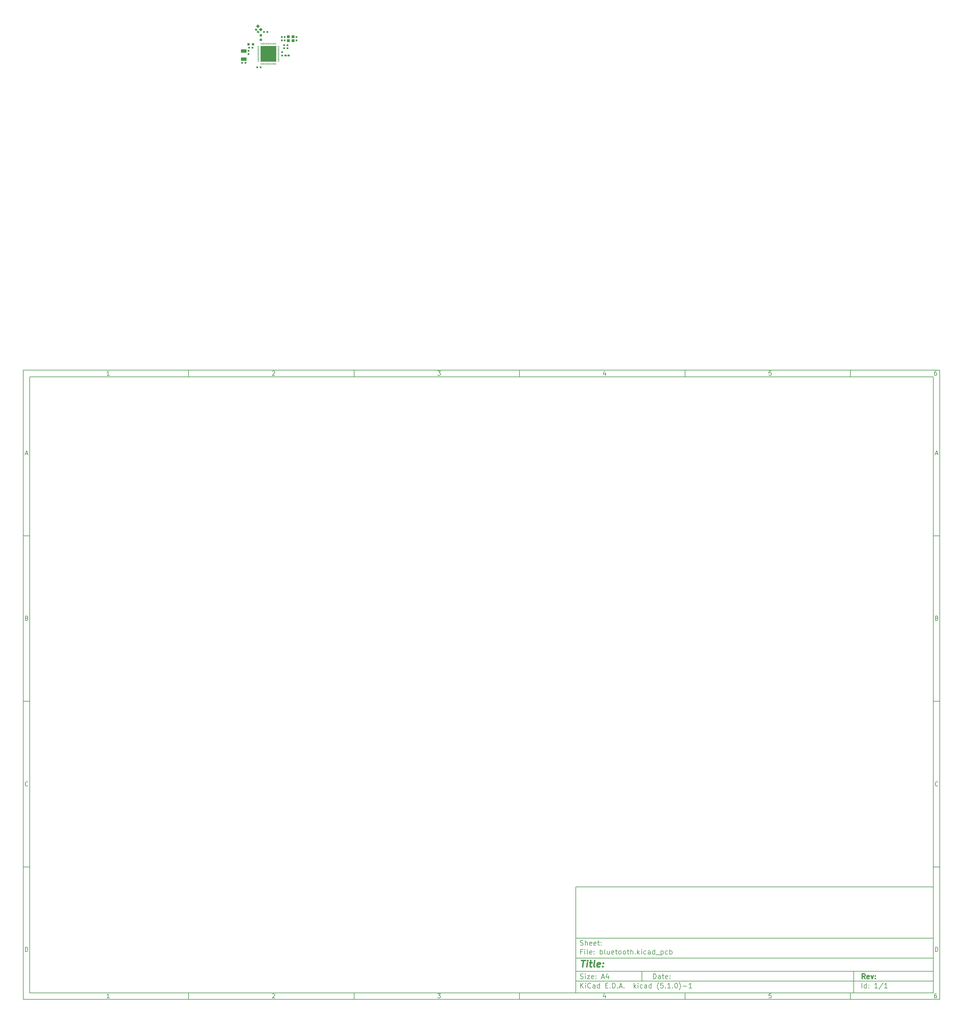
<source format=gbr>
G04 #@! TF.GenerationSoftware,KiCad,Pcbnew,(5.1.0)-1*
G04 #@! TF.CreationDate,2019-07-07T14:12:54+03:00*
G04 #@! TF.ProjectId,bluetooth,626c7565-746f-46f7-9468-2e6b69636164,rev?*
G04 #@! TF.SameCoordinates,Original*
G04 #@! TF.FileFunction,Paste,Top*
G04 #@! TF.FilePolarity,Positive*
%FSLAX46Y46*%
G04 Gerber Fmt 4.6, Leading zero omitted, Abs format (unit mm)*
G04 Created by KiCad (PCBNEW (5.1.0)-1) date 2019-07-07 14:12:54*
%MOMM*%
%LPD*%
G04 APERTURE LIST*
%ADD10C,0.100000*%
%ADD11C,0.150000*%
%ADD12C,0.300000*%
%ADD13C,0.400000*%
%ADD14O,0.650000X0.200000*%
%ADD15O,0.200000X0.650000*%
%ADD16R,4.700000X4.700000*%
%ADD17R,0.600000X0.500000*%
%ADD18C,0.750000*%
%ADD19C,0.500000*%
%ADD20R,0.800000X0.750000*%
%ADD21R,0.500000X0.600000*%
%ADD22R,0.950000X0.850000*%
%ADD23R,0.750000X0.800000*%
%ADD24R,0.650000X0.500000*%
%ADD25R,1.800000X1.000000*%
G04 APERTURE END LIST*
D10*
D11*
X177002200Y-166007200D02*
X177002200Y-198007200D01*
X285002200Y-198007200D01*
X285002200Y-166007200D01*
X177002200Y-166007200D01*
D10*
D11*
X10000000Y-10000000D02*
X10000000Y-200007200D01*
X287002200Y-200007200D01*
X287002200Y-10000000D01*
X10000000Y-10000000D01*
D10*
D11*
X12000000Y-12000000D02*
X12000000Y-198007200D01*
X285002200Y-198007200D01*
X285002200Y-12000000D01*
X12000000Y-12000000D01*
D10*
D11*
X60000000Y-12000000D02*
X60000000Y-10000000D01*
D10*
D11*
X110000000Y-12000000D02*
X110000000Y-10000000D01*
D10*
D11*
X160000000Y-12000000D02*
X160000000Y-10000000D01*
D10*
D11*
X210000000Y-12000000D02*
X210000000Y-10000000D01*
D10*
D11*
X260000000Y-12000000D02*
X260000000Y-10000000D01*
D10*
D11*
X36065476Y-11588095D02*
X35322619Y-11588095D01*
X35694047Y-11588095D02*
X35694047Y-10288095D01*
X35570238Y-10473809D01*
X35446428Y-10597619D01*
X35322619Y-10659523D01*
D10*
D11*
X85322619Y-10411904D02*
X85384523Y-10350000D01*
X85508333Y-10288095D01*
X85817857Y-10288095D01*
X85941666Y-10350000D01*
X86003571Y-10411904D01*
X86065476Y-10535714D01*
X86065476Y-10659523D01*
X86003571Y-10845238D01*
X85260714Y-11588095D01*
X86065476Y-11588095D01*
D10*
D11*
X135260714Y-10288095D02*
X136065476Y-10288095D01*
X135632142Y-10783333D01*
X135817857Y-10783333D01*
X135941666Y-10845238D01*
X136003571Y-10907142D01*
X136065476Y-11030952D01*
X136065476Y-11340476D01*
X136003571Y-11464285D01*
X135941666Y-11526190D01*
X135817857Y-11588095D01*
X135446428Y-11588095D01*
X135322619Y-11526190D01*
X135260714Y-11464285D01*
D10*
D11*
X185941666Y-10721428D02*
X185941666Y-11588095D01*
X185632142Y-10226190D02*
X185322619Y-11154761D01*
X186127380Y-11154761D01*
D10*
D11*
X236003571Y-10288095D02*
X235384523Y-10288095D01*
X235322619Y-10907142D01*
X235384523Y-10845238D01*
X235508333Y-10783333D01*
X235817857Y-10783333D01*
X235941666Y-10845238D01*
X236003571Y-10907142D01*
X236065476Y-11030952D01*
X236065476Y-11340476D01*
X236003571Y-11464285D01*
X235941666Y-11526190D01*
X235817857Y-11588095D01*
X235508333Y-11588095D01*
X235384523Y-11526190D01*
X235322619Y-11464285D01*
D10*
D11*
X285941666Y-10288095D02*
X285694047Y-10288095D01*
X285570238Y-10350000D01*
X285508333Y-10411904D01*
X285384523Y-10597619D01*
X285322619Y-10845238D01*
X285322619Y-11340476D01*
X285384523Y-11464285D01*
X285446428Y-11526190D01*
X285570238Y-11588095D01*
X285817857Y-11588095D01*
X285941666Y-11526190D01*
X286003571Y-11464285D01*
X286065476Y-11340476D01*
X286065476Y-11030952D01*
X286003571Y-10907142D01*
X285941666Y-10845238D01*
X285817857Y-10783333D01*
X285570238Y-10783333D01*
X285446428Y-10845238D01*
X285384523Y-10907142D01*
X285322619Y-11030952D01*
D10*
D11*
X60000000Y-198007200D02*
X60000000Y-200007200D01*
D10*
D11*
X110000000Y-198007200D02*
X110000000Y-200007200D01*
D10*
D11*
X160000000Y-198007200D02*
X160000000Y-200007200D01*
D10*
D11*
X210000000Y-198007200D02*
X210000000Y-200007200D01*
D10*
D11*
X260000000Y-198007200D02*
X260000000Y-200007200D01*
D10*
D11*
X36065476Y-199595295D02*
X35322619Y-199595295D01*
X35694047Y-199595295D02*
X35694047Y-198295295D01*
X35570238Y-198481009D01*
X35446428Y-198604819D01*
X35322619Y-198666723D01*
D10*
D11*
X85322619Y-198419104D02*
X85384523Y-198357200D01*
X85508333Y-198295295D01*
X85817857Y-198295295D01*
X85941666Y-198357200D01*
X86003571Y-198419104D01*
X86065476Y-198542914D01*
X86065476Y-198666723D01*
X86003571Y-198852438D01*
X85260714Y-199595295D01*
X86065476Y-199595295D01*
D10*
D11*
X135260714Y-198295295D02*
X136065476Y-198295295D01*
X135632142Y-198790533D01*
X135817857Y-198790533D01*
X135941666Y-198852438D01*
X136003571Y-198914342D01*
X136065476Y-199038152D01*
X136065476Y-199347676D01*
X136003571Y-199471485D01*
X135941666Y-199533390D01*
X135817857Y-199595295D01*
X135446428Y-199595295D01*
X135322619Y-199533390D01*
X135260714Y-199471485D01*
D10*
D11*
X185941666Y-198728628D02*
X185941666Y-199595295D01*
X185632142Y-198233390D02*
X185322619Y-199161961D01*
X186127380Y-199161961D01*
D10*
D11*
X236003571Y-198295295D02*
X235384523Y-198295295D01*
X235322619Y-198914342D01*
X235384523Y-198852438D01*
X235508333Y-198790533D01*
X235817857Y-198790533D01*
X235941666Y-198852438D01*
X236003571Y-198914342D01*
X236065476Y-199038152D01*
X236065476Y-199347676D01*
X236003571Y-199471485D01*
X235941666Y-199533390D01*
X235817857Y-199595295D01*
X235508333Y-199595295D01*
X235384523Y-199533390D01*
X235322619Y-199471485D01*
D10*
D11*
X285941666Y-198295295D02*
X285694047Y-198295295D01*
X285570238Y-198357200D01*
X285508333Y-198419104D01*
X285384523Y-198604819D01*
X285322619Y-198852438D01*
X285322619Y-199347676D01*
X285384523Y-199471485D01*
X285446428Y-199533390D01*
X285570238Y-199595295D01*
X285817857Y-199595295D01*
X285941666Y-199533390D01*
X286003571Y-199471485D01*
X286065476Y-199347676D01*
X286065476Y-199038152D01*
X286003571Y-198914342D01*
X285941666Y-198852438D01*
X285817857Y-198790533D01*
X285570238Y-198790533D01*
X285446428Y-198852438D01*
X285384523Y-198914342D01*
X285322619Y-199038152D01*
D10*
D11*
X10000000Y-60000000D02*
X12000000Y-60000000D01*
D10*
D11*
X10000000Y-110000000D02*
X12000000Y-110000000D01*
D10*
D11*
X10000000Y-160000000D02*
X12000000Y-160000000D01*
D10*
D11*
X10690476Y-35216666D02*
X11309523Y-35216666D01*
X10566666Y-35588095D02*
X11000000Y-34288095D01*
X11433333Y-35588095D01*
D10*
D11*
X11092857Y-84907142D02*
X11278571Y-84969047D01*
X11340476Y-85030952D01*
X11402380Y-85154761D01*
X11402380Y-85340476D01*
X11340476Y-85464285D01*
X11278571Y-85526190D01*
X11154761Y-85588095D01*
X10659523Y-85588095D01*
X10659523Y-84288095D01*
X11092857Y-84288095D01*
X11216666Y-84350000D01*
X11278571Y-84411904D01*
X11340476Y-84535714D01*
X11340476Y-84659523D01*
X11278571Y-84783333D01*
X11216666Y-84845238D01*
X11092857Y-84907142D01*
X10659523Y-84907142D01*
D10*
D11*
X11402380Y-135464285D02*
X11340476Y-135526190D01*
X11154761Y-135588095D01*
X11030952Y-135588095D01*
X10845238Y-135526190D01*
X10721428Y-135402380D01*
X10659523Y-135278571D01*
X10597619Y-135030952D01*
X10597619Y-134845238D01*
X10659523Y-134597619D01*
X10721428Y-134473809D01*
X10845238Y-134350000D01*
X11030952Y-134288095D01*
X11154761Y-134288095D01*
X11340476Y-134350000D01*
X11402380Y-134411904D01*
D10*
D11*
X10659523Y-185588095D02*
X10659523Y-184288095D01*
X10969047Y-184288095D01*
X11154761Y-184350000D01*
X11278571Y-184473809D01*
X11340476Y-184597619D01*
X11402380Y-184845238D01*
X11402380Y-185030952D01*
X11340476Y-185278571D01*
X11278571Y-185402380D01*
X11154761Y-185526190D01*
X10969047Y-185588095D01*
X10659523Y-185588095D01*
D10*
D11*
X287002200Y-60000000D02*
X285002200Y-60000000D01*
D10*
D11*
X287002200Y-110000000D02*
X285002200Y-110000000D01*
D10*
D11*
X287002200Y-160000000D02*
X285002200Y-160000000D01*
D10*
D11*
X285692676Y-35216666D02*
X286311723Y-35216666D01*
X285568866Y-35588095D02*
X286002200Y-34288095D01*
X286435533Y-35588095D01*
D10*
D11*
X286095057Y-84907142D02*
X286280771Y-84969047D01*
X286342676Y-85030952D01*
X286404580Y-85154761D01*
X286404580Y-85340476D01*
X286342676Y-85464285D01*
X286280771Y-85526190D01*
X286156961Y-85588095D01*
X285661723Y-85588095D01*
X285661723Y-84288095D01*
X286095057Y-84288095D01*
X286218866Y-84350000D01*
X286280771Y-84411904D01*
X286342676Y-84535714D01*
X286342676Y-84659523D01*
X286280771Y-84783333D01*
X286218866Y-84845238D01*
X286095057Y-84907142D01*
X285661723Y-84907142D01*
D10*
D11*
X286404580Y-135464285D02*
X286342676Y-135526190D01*
X286156961Y-135588095D01*
X286033152Y-135588095D01*
X285847438Y-135526190D01*
X285723628Y-135402380D01*
X285661723Y-135278571D01*
X285599819Y-135030952D01*
X285599819Y-134845238D01*
X285661723Y-134597619D01*
X285723628Y-134473809D01*
X285847438Y-134350000D01*
X286033152Y-134288095D01*
X286156961Y-134288095D01*
X286342676Y-134350000D01*
X286404580Y-134411904D01*
D10*
D11*
X285661723Y-185588095D02*
X285661723Y-184288095D01*
X285971247Y-184288095D01*
X286156961Y-184350000D01*
X286280771Y-184473809D01*
X286342676Y-184597619D01*
X286404580Y-184845238D01*
X286404580Y-185030952D01*
X286342676Y-185278571D01*
X286280771Y-185402380D01*
X286156961Y-185526190D01*
X285971247Y-185588095D01*
X285661723Y-185588095D01*
D10*
D11*
X200434342Y-193785771D02*
X200434342Y-192285771D01*
X200791485Y-192285771D01*
X201005771Y-192357200D01*
X201148628Y-192500057D01*
X201220057Y-192642914D01*
X201291485Y-192928628D01*
X201291485Y-193142914D01*
X201220057Y-193428628D01*
X201148628Y-193571485D01*
X201005771Y-193714342D01*
X200791485Y-193785771D01*
X200434342Y-193785771D01*
X202577200Y-193785771D02*
X202577200Y-193000057D01*
X202505771Y-192857200D01*
X202362914Y-192785771D01*
X202077200Y-192785771D01*
X201934342Y-192857200D01*
X202577200Y-193714342D02*
X202434342Y-193785771D01*
X202077200Y-193785771D01*
X201934342Y-193714342D01*
X201862914Y-193571485D01*
X201862914Y-193428628D01*
X201934342Y-193285771D01*
X202077200Y-193214342D01*
X202434342Y-193214342D01*
X202577200Y-193142914D01*
X203077200Y-192785771D02*
X203648628Y-192785771D01*
X203291485Y-192285771D02*
X203291485Y-193571485D01*
X203362914Y-193714342D01*
X203505771Y-193785771D01*
X203648628Y-193785771D01*
X204720057Y-193714342D02*
X204577200Y-193785771D01*
X204291485Y-193785771D01*
X204148628Y-193714342D01*
X204077200Y-193571485D01*
X204077200Y-193000057D01*
X204148628Y-192857200D01*
X204291485Y-192785771D01*
X204577200Y-192785771D01*
X204720057Y-192857200D01*
X204791485Y-193000057D01*
X204791485Y-193142914D01*
X204077200Y-193285771D01*
X205434342Y-193642914D02*
X205505771Y-193714342D01*
X205434342Y-193785771D01*
X205362914Y-193714342D01*
X205434342Y-193642914D01*
X205434342Y-193785771D01*
X205434342Y-192857200D02*
X205505771Y-192928628D01*
X205434342Y-193000057D01*
X205362914Y-192928628D01*
X205434342Y-192857200D01*
X205434342Y-193000057D01*
D10*
D11*
X177002200Y-194507200D02*
X285002200Y-194507200D01*
D10*
D11*
X178434342Y-196585771D02*
X178434342Y-195085771D01*
X179291485Y-196585771D02*
X178648628Y-195728628D01*
X179291485Y-195085771D02*
X178434342Y-195942914D01*
X179934342Y-196585771D02*
X179934342Y-195585771D01*
X179934342Y-195085771D02*
X179862914Y-195157200D01*
X179934342Y-195228628D01*
X180005771Y-195157200D01*
X179934342Y-195085771D01*
X179934342Y-195228628D01*
X181505771Y-196442914D02*
X181434342Y-196514342D01*
X181220057Y-196585771D01*
X181077200Y-196585771D01*
X180862914Y-196514342D01*
X180720057Y-196371485D01*
X180648628Y-196228628D01*
X180577200Y-195942914D01*
X180577200Y-195728628D01*
X180648628Y-195442914D01*
X180720057Y-195300057D01*
X180862914Y-195157200D01*
X181077200Y-195085771D01*
X181220057Y-195085771D01*
X181434342Y-195157200D01*
X181505771Y-195228628D01*
X182791485Y-196585771D02*
X182791485Y-195800057D01*
X182720057Y-195657200D01*
X182577200Y-195585771D01*
X182291485Y-195585771D01*
X182148628Y-195657200D01*
X182791485Y-196514342D02*
X182648628Y-196585771D01*
X182291485Y-196585771D01*
X182148628Y-196514342D01*
X182077200Y-196371485D01*
X182077200Y-196228628D01*
X182148628Y-196085771D01*
X182291485Y-196014342D01*
X182648628Y-196014342D01*
X182791485Y-195942914D01*
X184148628Y-196585771D02*
X184148628Y-195085771D01*
X184148628Y-196514342D02*
X184005771Y-196585771D01*
X183720057Y-196585771D01*
X183577200Y-196514342D01*
X183505771Y-196442914D01*
X183434342Y-196300057D01*
X183434342Y-195871485D01*
X183505771Y-195728628D01*
X183577200Y-195657200D01*
X183720057Y-195585771D01*
X184005771Y-195585771D01*
X184148628Y-195657200D01*
X186005771Y-195800057D02*
X186505771Y-195800057D01*
X186720057Y-196585771D02*
X186005771Y-196585771D01*
X186005771Y-195085771D01*
X186720057Y-195085771D01*
X187362914Y-196442914D02*
X187434342Y-196514342D01*
X187362914Y-196585771D01*
X187291485Y-196514342D01*
X187362914Y-196442914D01*
X187362914Y-196585771D01*
X188077200Y-196585771D02*
X188077200Y-195085771D01*
X188434342Y-195085771D01*
X188648628Y-195157200D01*
X188791485Y-195300057D01*
X188862914Y-195442914D01*
X188934342Y-195728628D01*
X188934342Y-195942914D01*
X188862914Y-196228628D01*
X188791485Y-196371485D01*
X188648628Y-196514342D01*
X188434342Y-196585771D01*
X188077200Y-196585771D01*
X189577200Y-196442914D02*
X189648628Y-196514342D01*
X189577200Y-196585771D01*
X189505771Y-196514342D01*
X189577200Y-196442914D01*
X189577200Y-196585771D01*
X190220057Y-196157200D02*
X190934342Y-196157200D01*
X190077200Y-196585771D02*
X190577200Y-195085771D01*
X191077200Y-196585771D01*
X191577200Y-196442914D02*
X191648628Y-196514342D01*
X191577200Y-196585771D01*
X191505771Y-196514342D01*
X191577200Y-196442914D01*
X191577200Y-196585771D01*
X194577200Y-196585771D02*
X194577200Y-195085771D01*
X194720057Y-196014342D02*
X195148628Y-196585771D01*
X195148628Y-195585771D02*
X194577200Y-196157200D01*
X195791485Y-196585771D02*
X195791485Y-195585771D01*
X195791485Y-195085771D02*
X195720057Y-195157200D01*
X195791485Y-195228628D01*
X195862914Y-195157200D01*
X195791485Y-195085771D01*
X195791485Y-195228628D01*
X197148628Y-196514342D02*
X197005771Y-196585771D01*
X196720057Y-196585771D01*
X196577200Y-196514342D01*
X196505771Y-196442914D01*
X196434342Y-196300057D01*
X196434342Y-195871485D01*
X196505771Y-195728628D01*
X196577200Y-195657200D01*
X196720057Y-195585771D01*
X197005771Y-195585771D01*
X197148628Y-195657200D01*
X198434342Y-196585771D02*
X198434342Y-195800057D01*
X198362914Y-195657200D01*
X198220057Y-195585771D01*
X197934342Y-195585771D01*
X197791485Y-195657200D01*
X198434342Y-196514342D02*
X198291485Y-196585771D01*
X197934342Y-196585771D01*
X197791485Y-196514342D01*
X197720057Y-196371485D01*
X197720057Y-196228628D01*
X197791485Y-196085771D01*
X197934342Y-196014342D01*
X198291485Y-196014342D01*
X198434342Y-195942914D01*
X199791485Y-196585771D02*
X199791485Y-195085771D01*
X199791485Y-196514342D02*
X199648628Y-196585771D01*
X199362914Y-196585771D01*
X199220057Y-196514342D01*
X199148628Y-196442914D01*
X199077200Y-196300057D01*
X199077200Y-195871485D01*
X199148628Y-195728628D01*
X199220057Y-195657200D01*
X199362914Y-195585771D01*
X199648628Y-195585771D01*
X199791485Y-195657200D01*
X202077200Y-197157200D02*
X202005771Y-197085771D01*
X201862914Y-196871485D01*
X201791485Y-196728628D01*
X201720057Y-196514342D01*
X201648628Y-196157200D01*
X201648628Y-195871485D01*
X201720057Y-195514342D01*
X201791485Y-195300057D01*
X201862914Y-195157200D01*
X202005771Y-194942914D01*
X202077200Y-194871485D01*
X203362914Y-195085771D02*
X202648628Y-195085771D01*
X202577200Y-195800057D01*
X202648628Y-195728628D01*
X202791485Y-195657200D01*
X203148628Y-195657200D01*
X203291485Y-195728628D01*
X203362914Y-195800057D01*
X203434342Y-195942914D01*
X203434342Y-196300057D01*
X203362914Y-196442914D01*
X203291485Y-196514342D01*
X203148628Y-196585771D01*
X202791485Y-196585771D01*
X202648628Y-196514342D01*
X202577200Y-196442914D01*
X204077200Y-196442914D02*
X204148628Y-196514342D01*
X204077200Y-196585771D01*
X204005771Y-196514342D01*
X204077200Y-196442914D01*
X204077200Y-196585771D01*
X205577200Y-196585771D02*
X204720057Y-196585771D01*
X205148628Y-196585771D02*
X205148628Y-195085771D01*
X205005771Y-195300057D01*
X204862914Y-195442914D01*
X204720057Y-195514342D01*
X206220057Y-196442914D02*
X206291485Y-196514342D01*
X206220057Y-196585771D01*
X206148628Y-196514342D01*
X206220057Y-196442914D01*
X206220057Y-196585771D01*
X207220057Y-195085771D02*
X207362914Y-195085771D01*
X207505771Y-195157200D01*
X207577200Y-195228628D01*
X207648628Y-195371485D01*
X207720057Y-195657200D01*
X207720057Y-196014342D01*
X207648628Y-196300057D01*
X207577200Y-196442914D01*
X207505771Y-196514342D01*
X207362914Y-196585771D01*
X207220057Y-196585771D01*
X207077200Y-196514342D01*
X207005771Y-196442914D01*
X206934342Y-196300057D01*
X206862914Y-196014342D01*
X206862914Y-195657200D01*
X206934342Y-195371485D01*
X207005771Y-195228628D01*
X207077200Y-195157200D01*
X207220057Y-195085771D01*
X208220057Y-197157200D02*
X208291485Y-197085771D01*
X208434342Y-196871485D01*
X208505771Y-196728628D01*
X208577200Y-196514342D01*
X208648628Y-196157200D01*
X208648628Y-195871485D01*
X208577200Y-195514342D01*
X208505771Y-195300057D01*
X208434342Y-195157200D01*
X208291485Y-194942914D01*
X208220057Y-194871485D01*
X209362914Y-196014342D02*
X210505771Y-196014342D01*
X212005771Y-196585771D02*
X211148628Y-196585771D01*
X211577200Y-196585771D02*
X211577200Y-195085771D01*
X211434342Y-195300057D01*
X211291485Y-195442914D01*
X211148628Y-195514342D01*
D10*
D11*
X177002200Y-191507200D02*
X285002200Y-191507200D01*
D10*
D12*
X264411485Y-193785771D02*
X263911485Y-193071485D01*
X263554342Y-193785771D02*
X263554342Y-192285771D01*
X264125771Y-192285771D01*
X264268628Y-192357200D01*
X264340057Y-192428628D01*
X264411485Y-192571485D01*
X264411485Y-192785771D01*
X264340057Y-192928628D01*
X264268628Y-193000057D01*
X264125771Y-193071485D01*
X263554342Y-193071485D01*
X265625771Y-193714342D02*
X265482914Y-193785771D01*
X265197200Y-193785771D01*
X265054342Y-193714342D01*
X264982914Y-193571485D01*
X264982914Y-193000057D01*
X265054342Y-192857200D01*
X265197200Y-192785771D01*
X265482914Y-192785771D01*
X265625771Y-192857200D01*
X265697200Y-193000057D01*
X265697200Y-193142914D01*
X264982914Y-193285771D01*
X266197200Y-192785771D02*
X266554342Y-193785771D01*
X266911485Y-192785771D01*
X267482914Y-193642914D02*
X267554342Y-193714342D01*
X267482914Y-193785771D01*
X267411485Y-193714342D01*
X267482914Y-193642914D01*
X267482914Y-193785771D01*
X267482914Y-192857200D02*
X267554342Y-192928628D01*
X267482914Y-193000057D01*
X267411485Y-192928628D01*
X267482914Y-192857200D01*
X267482914Y-193000057D01*
D10*
D11*
X178362914Y-193714342D02*
X178577200Y-193785771D01*
X178934342Y-193785771D01*
X179077200Y-193714342D01*
X179148628Y-193642914D01*
X179220057Y-193500057D01*
X179220057Y-193357200D01*
X179148628Y-193214342D01*
X179077200Y-193142914D01*
X178934342Y-193071485D01*
X178648628Y-193000057D01*
X178505771Y-192928628D01*
X178434342Y-192857200D01*
X178362914Y-192714342D01*
X178362914Y-192571485D01*
X178434342Y-192428628D01*
X178505771Y-192357200D01*
X178648628Y-192285771D01*
X179005771Y-192285771D01*
X179220057Y-192357200D01*
X179862914Y-193785771D02*
X179862914Y-192785771D01*
X179862914Y-192285771D02*
X179791485Y-192357200D01*
X179862914Y-192428628D01*
X179934342Y-192357200D01*
X179862914Y-192285771D01*
X179862914Y-192428628D01*
X180434342Y-192785771D02*
X181220057Y-192785771D01*
X180434342Y-193785771D01*
X181220057Y-193785771D01*
X182362914Y-193714342D02*
X182220057Y-193785771D01*
X181934342Y-193785771D01*
X181791485Y-193714342D01*
X181720057Y-193571485D01*
X181720057Y-193000057D01*
X181791485Y-192857200D01*
X181934342Y-192785771D01*
X182220057Y-192785771D01*
X182362914Y-192857200D01*
X182434342Y-193000057D01*
X182434342Y-193142914D01*
X181720057Y-193285771D01*
X183077200Y-193642914D02*
X183148628Y-193714342D01*
X183077200Y-193785771D01*
X183005771Y-193714342D01*
X183077200Y-193642914D01*
X183077200Y-193785771D01*
X183077200Y-192857200D02*
X183148628Y-192928628D01*
X183077200Y-193000057D01*
X183005771Y-192928628D01*
X183077200Y-192857200D01*
X183077200Y-193000057D01*
X184862914Y-193357200D02*
X185577200Y-193357200D01*
X184720057Y-193785771D02*
X185220057Y-192285771D01*
X185720057Y-193785771D01*
X186862914Y-192785771D02*
X186862914Y-193785771D01*
X186505771Y-192214342D02*
X186148628Y-193285771D01*
X187077200Y-193285771D01*
D10*
D11*
X263434342Y-196585771D02*
X263434342Y-195085771D01*
X264791485Y-196585771D02*
X264791485Y-195085771D01*
X264791485Y-196514342D02*
X264648628Y-196585771D01*
X264362914Y-196585771D01*
X264220057Y-196514342D01*
X264148628Y-196442914D01*
X264077200Y-196300057D01*
X264077200Y-195871485D01*
X264148628Y-195728628D01*
X264220057Y-195657200D01*
X264362914Y-195585771D01*
X264648628Y-195585771D01*
X264791485Y-195657200D01*
X265505771Y-196442914D02*
X265577200Y-196514342D01*
X265505771Y-196585771D01*
X265434342Y-196514342D01*
X265505771Y-196442914D01*
X265505771Y-196585771D01*
X265505771Y-195657200D02*
X265577200Y-195728628D01*
X265505771Y-195800057D01*
X265434342Y-195728628D01*
X265505771Y-195657200D01*
X265505771Y-195800057D01*
X268148628Y-196585771D02*
X267291485Y-196585771D01*
X267720057Y-196585771D02*
X267720057Y-195085771D01*
X267577200Y-195300057D01*
X267434342Y-195442914D01*
X267291485Y-195514342D01*
X269862914Y-195014342D02*
X268577200Y-196942914D01*
X271148628Y-196585771D02*
X270291485Y-196585771D01*
X270720057Y-196585771D02*
X270720057Y-195085771D01*
X270577200Y-195300057D01*
X270434342Y-195442914D01*
X270291485Y-195514342D01*
D10*
D11*
X177002200Y-187507200D02*
X285002200Y-187507200D01*
D10*
D13*
X178714580Y-188211961D02*
X179857438Y-188211961D01*
X179036009Y-190211961D02*
X179286009Y-188211961D01*
X180274104Y-190211961D02*
X180440771Y-188878628D01*
X180524104Y-188211961D02*
X180416961Y-188307200D01*
X180500295Y-188402438D01*
X180607438Y-188307200D01*
X180524104Y-188211961D01*
X180500295Y-188402438D01*
X181107438Y-188878628D02*
X181869342Y-188878628D01*
X181476485Y-188211961D02*
X181262200Y-189926247D01*
X181333628Y-190116723D01*
X181512200Y-190211961D01*
X181702676Y-190211961D01*
X182655057Y-190211961D02*
X182476485Y-190116723D01*
X182405057Y-189926247D01*
X182619342Y-188211961D01*
X184190771Y-190116723D02*
X183988390Y-190211961D01*
X183607438Y-190211961D01*
X183428866Y-190116723D01*
X183357438Y-189926247D01*
X183452676Y-189164342D01*
X183571723Y-188973866D01*
X183774104Y-188878628D01*
X184155057Y-188878628D01*
X184333628Y-188973866D01*
X184405057Y-189164342D01*
X184381247Y-189354819D01*
X183405057Y-189545295D01*
X185155057Y-190021485D02*
X185238390Y-190116723D01*
X185131247Y-190211961D01*
X185047914Y-190116723D01*
X185155057Y-190021485D01*
X185131247Y-190211961D01*
X185286009Y-188973866D02*
X185369342Y-189069104D01*
X185262200Y-189164342D01*
X185178866Y-189069104D01*
X185286009Y-188973866D01*
X185262200Y-189164342D01*
D10*
D11*
X178934342Y-185600057D02*
X178434342Y-185600057D01*
X178434342Y-186385771D02*
X178434342Y-184885771D01*
X179148628Y-184885771D01*
X179720057Y-186385771D02*
X179720057Y-185385771D01*
X179720057Y-184885771D02*
X179648628Y-184957200D01*
X179720057Y-185028628D01*
X179791485Y-184957200D01*
X179720057Y-184885771D01*
X179720057Y-185028628D01*
X180648628Y-186385771D02*
X180505771Y-186314342D01*
X180434342Y-186171485D01*
X180434342Y-184885771D01*
X181791485Y-186314342D02*
X181648628Y-186385771D01*
X181362914Y-186385771D01*
X181220057Y-186314342D01*
X181148628Y-186171485D01*
X181148628Y-185600057D01*
X181220057Y-185457200D01*
X181362914Y-185385771D01*
X181648628Y-185385771D01*
X181791485Y-185457200D01*
X181862914Y-185600057D01*
X181862914Y-185742914D01*
X181148628Y-185885771D01*
X182505771Y-186242914D02*
X182577200Y-186314342D01*
X182505771Y-186385771D01*
X182434342Y-186314342D01*
X182505771Y-186242914D01*
X182505771Y-186385771D01*
X182505771Y-185457200D02*
X182577200Y-185528628D01*
X182505771Y-185600057D01*
X182434342Y-185528628D01*
X182505771Y-185457200D01*
X182505771Y-185600057D01*
X184362914Y-186385771D02*
X184362914Y-184885771D01*
X184362914Y-185457200D02*
X184505771Y-185385771D01*
X184791485Y-185385771D01*
X184934342Y-185457200D01*
X185005771Y-185528628D01*
X185077200Y-185671485D01*
X185077200Y-186100057D01*
X185005771Y-186242914D01*
X184934342Y-186314342D01*
X184791485Y-186385771D01*
X184505771Y-186385771D01*
X184362914Y-186314342D01*
X185934342Y-186385771D02*
X185791485Y-186314342D01*
X185720057Y-186171485D01*
X185720057Y-184885771D01*
X187148628Y-185385771D02*
X187148628Y-186385771D01*
X186505771Y-185385771D02*
X186505771Y-186171485D01*
X186577200Y-186314342D01*
X186720057Y-186385771D01*
X186934342Y-186385771D01*
X187077200Y-186314342D01*
X187148628Y-186242914D01*
X188434342Y-186314342D02*
X188291485Y-186385771D01*
X188005771Y-186385771D01*
X187862914Y-186314342D01*
X187791485Y-186171485D01*
X187791485Y-185600057D01*
X187862914Y-185457200D01*
X188005771Y-185385771D01*
X188291485Y-185385771D01*
X188434342Y-185457200D01*
X188505771Y-185600057D01*
X188505771Y-185742914D01*
X187791485Y-185885771D01*
X188934342Y-185385771D02*
X189505771Y-185385771D01*
X189148628Y-184885771D02*
X189148628Y-186171485D01*
X189220057Y-186314342D01*
X189362914Y-186385771D01*
X189505771Y-186385771D01*
X190220057Y-186385771D02*
X190077200Y-186314342D01*
X190005771Y-186242914D01*
X189934342Y-186100057D01*
X189934342Y-185671485D01*
X190005771Y-185528628D01*
X190077200Y-185457200D01*
X190220057Y-185385771D01*
X190434342Y-185385771D01*
X190577200Y-185457200D01*
X190648628Y-185528628D01*
X190720057Y-185671485D01*
X190720057Y-186100057D01*
X190648628Y-186242914D01*
X190577200Y-186314342D01*
X190434342Y-186385771D01*
X190220057Y-186385771D01*
X191577200Y-186385771D02*
X191434342Y-186314342D01*
X191362914Y-186242914D01*
X191291485Y-186100057D01*
X191291485Y-185671485D01*
X191362914Y-185528628D01*
X191434342Y-185457200D01*
X191577200Y-185385771D01*
X191791485Y-185385771D01*
X191934342Y-185457200D01*
X192005771Y-185528628D01*
X192077200Y-185671485D01*
X192077200Y-186100057D01*
X192005771Y-186242914D01*
X191934342Y-186314342D01*
X191791485Y-186385771D01*
X191577200Y-186385771D01*
X192505771Y-185385771D02*
X193077200Y-185385771D01*
X192720057Y-184885771D02*
X192720057Y-186171485D01*
X192791485Y-186314342D01*
X192934342Y-186385771D01*
X193077200Y-186385771D01*
X193577200Y-186385771D02*
X193577200Y-184885771D01*
X194220057Y-186385771D02*
X194220057Y-185600057D01*
X194148628Y-185457200D01*
X194005771Y-185385771D01*
X193791485Y-185385771D01*
X193648628Y-185457200D01*
X193577200Y-185528628D01*
X194934342Y-186242914D02*
X195005771Y-186314342D01*
X194934342Y-186385771D01*
X194862914Y-186314342D01*
X194934342Y-186242914D01*
X194934342Y-186385771D01*
X195648628Y-186385771D02*
X195648628Y-184885771D01*
X195791485Y-185814342D02*
X196220057Y-186385771D01*
X196220057Y-185385771D02*
X195648628Y-185957200D01*
X196862914Y-186385771D02*
X196862914Y-185385771D01*
X196862914Y-184885771D02*
X196791485Y-184957200D01*
X196862914Y-185028628D01*
X196934342Y-184957200D01*
X196862914Y-184885771D01*
X196862914Y-185028628D01*
X198220057Y-186314342D02*
X198077200Y-186385771D01*
X197791485Y-186385771D01*
X197648628Y-186314342D01*
X197577200Y-186242914D01*
X197505771Y-186100057D01*
X197505771Y-185671485D01*
X197577200Y-185528628D01*
X197648628Y-185457200D01*
X197791485Y-185385771D01*
X198077200Y-185385771D01*
X198220057Y-185457200D01*
X199505771Y-186385771D02*
X199505771Y-185600057D01*
X199434342Y-185457200D01*
X199291485Y-185385771D01*
X199005771Y-185385771D01*
X198862914Y-185457200D01*
X199505771Y-186314342D02*
X199362914Y-186385771D01*
X199005771Y-186385771D01*
X198862914Y-186314342D01*
X198791485Y-186171485D01*
X198791485Y-186028628D01*
X198862914Y-185885771D01*
X199005771Y-185814342D01*
X199362914Y-185814342D01*
X199505771Y-185742914D01*
X200862914Y-186385771D02*
X200862914Y-184885771D01*
X200862914Y-186314342D02*
X200720057Y-186385771D01*
X200434342Y-186385771D01*
X200291485Y-186314342D01*
X200220057Y-186242914D01*
X200148628Y-186100057D01*
X200148628Y-185671485D01*
X200220057Y-185528628D01*
X200291485Y-185457200D01*
X200434342Y-185385771D01*
X200720057Y-185385771D01*
X200862914Y-185457200D01*
X201220057Y-186528628D02*
X202362914Y-186528628D01*
X202720057Y-185385771D02*
X202720057Y-186885771D01*
X202720057Y-185457200D02*
X202862914Y-185385771D01*
X203148628Y-185385771D01*
X203291485Y-185457200D01*
X203362914Y-185528628D01*
X203434342Y-185671485D01*
X203434342Y-186100057D01*
X203362914Y-186242914D01*
X203291485Y-186314342D01*
X203148628Y-186385771D01*
X202862914Y-186385771D01*
X202720057Y-186314342D01*
X204720057Y-186314342D02*
X204577200Y-186385771D01*
X204291485Y-186385771D01*
X204148628Y-186314342D01*
X204077200Y-186242914D01*
X204005771Y-186100057D01*
X204005771Y-185671485D01*
X204077200Y-185528628D01*
X204148628Y-185457200D01*
X204291485Y-185385771D01*
X204577200Y-185385771D01*
X204720057Y-185457200D01*
X205362914Y-186385771D02*
X205362914Y-184885771D01*
X205362914Y-185457200D02*
X205505771Y-185385771D01*
X205791485Y-185385771D01*
X205934342Y-185457200D01*
X206005771Y-185528628D01*
X206077200Y-185671485D01*
X206077200Y-186100057D01*
X206005771Y-186242914D01*
X205934342Y-186314342D01*
X205791485Y-186385771D01*
X205505771Y-186385771D01*
X205362914Y-186314342D01*
D10*
D11*
X177002200Y-181507200D02*
X285002200Y-181507200D01*
D10*
D11*
X178362914Y-183614342D02*
X178577200Y-183685771D01*
X178934342Y-183685771D01*
X179077200Y-183614342D01*
X179148628Y-183542914D01*
X179220057Y-183400057D01*
X179220057Y-183257200D01*
X179148628Y-183114342D01*
X179077200Y-183042914D01*
X178934342Y-182971485D01*
X178648628Y-182900057D01*
X178505771Y-182828628D01*
X178434342Y-182757200D01*
X178362914Y-182614342D01*
X178362914Y-182471485D01*
X178434342Y-182328628D01*
X178505771Y-182257200D01*
X178648628Y-182185771D01*
X179005771Y-182185771D01*
X179220057Y-182257200D01*
X179862914Y-183685771D02*
X179862914Y-182185771D01*
X180505771Y-183685771D02*
X180505771Y-182900057D01*
X180434342Y-182757200D01*
X180291485Y-182685771D01*
X180077200Y-182685771D01*
X179934342Y-182757200D01*
X179862914Y-182828628D01*
X181791485Y-183614342D02*
X181648628Y-183685771D01*
X181362914Y-183685771D01*
X181220057Y-183614342D01*
X181148628Y-183471485D01*
X181148628Y-182900057D01*
X181220057Y-182757200D01*
X181362914Y-182685771D01*
X181648628Y-182685771D01*
X181791485Y-182757200D01*
X181862914Y-182900057D01*
X181862914Y-183042914D01*
X181148628Y-183185771D01*
X183077200Y-183614342D02*
X182934342Y-183685771D01*
X182648628Y-183685771D01*
X182505771Y-183614342D01*
X182434342Y-183471485D01*
X182434342Y-182900057D01*
X182505771Y-182757200D01*
X182648628Y-182685771D01*
X182934342Y-182685771D01*
X183077200Y-182757200D01*
X183148628Y-182900057D01*
X183148628Y-183042914D01*
X182434342Y-183185771D01*
X183577200Y-182685771D02*
X184148628Y-182685771D01*
X183791485Y-182185771D02*
X183791485Y-183471485D01*
X183862914Y-183614342D01*
X184005771Y-183685771D01*
X184148628Y-183685771D01*
X184648628Y-183542914D02*
X184720057Y-183614342D01*
X184648628Y-183685771D01*
X184577200Y-183614342D01*
X184648628Y-183542914D01*
X184648628Y-183685771D01*
X184648628Y-182757200D02*
X184720057Y-182828628D01*
X184648628Y-182900057D01*
X184577200Y-182828628D01*
X184648628Y-182757200D01*
X184648628Y-182900057D01*
D10*
D11*
X197002200Y-191507200D02*
X197002200Y-194507200D01*
D10*
D11*
X261002200Y-191507200D02*
X261002200Y-198007200D01*
D14*
G04 #@! TO.C,U1*
X81080940Y87691620D03*
X81080940Y87291620D03*
X81080940Y86891620D03*
X81080940Y86491620D03*
X81080940Y86091620D03*
X81080940Y85691620D03*
X81080940Y85291620D03*
X81080940Y84891620D03*
X81080940Y84491620D03*
X81080940Y84091620D03*
X81080940Y83691620D03*
X81080940Y83291620D03*
D15*
X81905930Y82466620D03*
X82305930Y82466620D03*
X82705940Y82466620D03*
X83105930Y82466620D03*
X83505930Y82466620D03*
X83905940Y82466620D03*
X84305940Y82466620D03*
X84705940Y82466620D03*
X85105940Y82466620D03*
X85505940Y82466620D03*
X85905940Y82466620D03*
X86305940Y82466620D03*
D14*
X87130940Y83291620D03*
X87130940Y83691620D03*
X87130940Y84091620D03*
X87130940Y84491620D03*
X87130940Y84891620D03*
X87130940Y85291620D03*
X87130940Y85691620D03*
X87130940Y86091620D03*
X87130940Y86491620D03*
X87130940Y86891620D03*
X87130940Y87291620D03*
X87130940Y87691620D03*
D15*
X86305940Y88516620D03*
X85905930Y88516620D03*
X85505940Y88516620D03*
X85105940Y88516620D03*
X84705930Y88516620D03*
X84305940Y88516620D03*
X83905930Y88516620D03*
X83505930Y88516620D03*
X83105930Y88516620D03*
X82705930Y88516620D03*
X82305930Y88516620D03*
X81905930Y88516620D03*
D16*
X84105940Y85491620D03*
G04 #@! TD*
D17*
G04 #@! TO.C,C12*
X77138330Y82799220D03*
X76138330Y82799220D03*
G04 #@! TD*
D18*
G04 #@! TO.C,C10*
X81797340Y92802820D03*
D10*
G36*
X81731968Y92258438D02*
G01*
X81249877Y92832972D01*
X81862712Y93347202D01*
X82344803Y92772668D01*
X81731968Y92258438D01*
X81731968Y92258438D01*
G37*
D18*
X80929570Y93836980D03*
D10*
G36*
X80864198Y93292598D02*
G01*
X80382107Y93867132D01*
X80994942Y94381362D01*
X81477033Y93806828D01*
X80864198Y93292598D01*
X80864198Y93292598D01*
G37*
G04 #@! TD*
D19*
G04 #@! TO.C,L3*
X80982980Y92092430D03*
D10*
G36*
X81000375Y91682769D02*
G01*
X80582563Y92180698D01*
X80965585Y92502091D01*
X81383397Y92004162D01*
X81000375Y91682769D01*
X81000375Y91682769D01*
G37*
D19*
X80372330Y92820170D03*
D10*
G36*
X80389725Y92410509D02*
G01*
X79971913Y92908438D01*
X80354935Y93229831D01*
X80772747Y92731902D01*
X80389725Y92410509D01*
X80389725Y92410509D01*
G37*
G04 #@! TD*
D20*
G04 #@! TO.C,L2*
X81845340Y91048580D03*
X81845340Y89698580D03*
G04 #@! TD*
D17*
G04 #@! TO.C,C4*
X79271930Y87371220D03*
X78271930Y87371220D03*
G04 #@! TD*
G04 #@! TO.C,C5*
X81761130Y81402220D03*
X80761130Y81402220D03*
G04 #@! TD*
G04 #@! TO.C,C7*
X88889140Y88107820D03*
X89889140Y88107820D03*
G04 #@! TD*
D21*
G04 #@! TO.C,C1*
X92589370Y90589200D03*
X92589370Y89589200D03*
G04 #@! TD*
D22*
G04 #@! TO.C,X1*
X90086370Y89514200D03*
X90086370Y90664200D03*
X91536370Y90664200D03*
X91536370Y89514200D03*
G04 #@! TD*
D21*
G04 #@! TO.C,C8*
X88144370Y89589200D03*
X88144370Y90589200D03*
G04 #@! TD*
D23*
G04 #@! TO.C,C9*
X78096940Y88412620D03*
X79446940Y88412620D03*
G04 #@! TD*
D17*
G04 #@! TO.C,C6*
X89889130Y87218820D03*
X88889130Y87218820D03*
G04 #@! TD*
D21*
G04 #@! TO.C,C2*
X89033370Y89589200D03*
X89033370Y90589200D03*
G04 #@! TD*
D24*
G04 #@! TO.C,L1*
X90194340Y84983620D03*
X89244340Y84983620D03*
G04 #@! TD*
D21*
G04 #@! TO.C,C3*
X88296940Y85991620D03*
X88296940Y84991620D03*
G04 #@! TD*
D25*
G04 #@! TO.C,X2*
X76638340Y83860620D03*
X76638340Y86360610D03*
G04 #@! TD*
D21*
G04 #@! TO.C,C11*
X78060740Y86448820D03*
X78060740Y85448820D03*
G04 #@! TD*
D17*
G04 #@! TO.C,C13*
X82793140Y92070220D03*
X83793140Y92070220D03*
G04 #@! TD*
M02*

</source>
